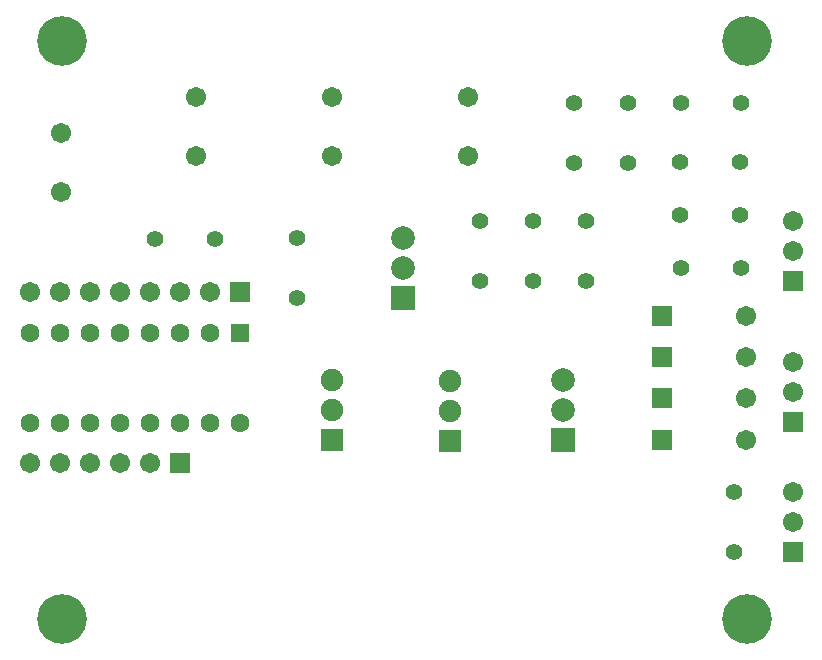
<source format=gts>
G04*
G04 #@! TF.GenerationSoftware,Altium Limited,Altium Designer,20.2.6 (244)*
G04*
G04 Layer_Color=8388736*
%FSLAX25Y25*%
%MOIN*%
G70*
G04*
G04 #@! TF.SameCoordinates,D736F6B9-9090-4B46-9E75-5C41576542F1*
G04*
G04*
G04 #@! TF.FilePolarity,Negative*
G04*
G01*
G75*
%ADD17R,0.07887X0.07887*%
%ADD18C,0.07887*%
%ADD19C,0.06706*%
%ADD20C,0.07493*%
%ADD21R,0.07493X0.07493*%
%ADD22C,0.05524*%
%ADD23R,0.06706X0.06706*%
%ADD24R,0.06706X0.06706*%
%ADD25R,0.06312X0.06312*%
%ADD26C,0.06312*%
%ADD27C,0.16548*%
D17*
X377953Y293307D02*
D03*
X431102Y245906D02*
D03*
D18*
X377953Y303307D02*
D03*
Y313307D02*
D03*
X431102Y255906D02*
D03*
Y265906D02*
D03*
D19*
X354331Y360236D02*
D03*
Y340551D02*
D03*
X492323Y273622D02*
D03*
Y246063D02*
D03*
Y259843D02*
D03*
Y287402D02*
D03*
X507874Y261811D02*
D03*
Y271811D02*
D03*
Y218504D02*
D03*
Y228504D02*
D03*
X293622Y238189D02*
D03*
X283622D02*
D03*
X273622D02*
D03*
X263622D02*
D03*
X253622D02*
D03*
X399606Y360236D02*
D03*
Y340551D02*
D03*
X309055Y360236D02*
D03*
Y340551D02*
D03*
X263780Y348425D02*
D03*
Y328740D02*
D03*
X507874Y309055D02*
D03*
Y319055D02*
D03*
X313465Y295276D02*
D03*
X303465D02*
D03*
X293465D02*
D03*
X283465D02*
D03*
X273465D02*
D03*
X263465D02*
D03*
X253465D02*
D03*
D20*
X354331Y265906D02*
D03*
Y255906D02*
D03*
X393701Y265748D02*
D03*
Y255748D02*
D03*
D21*
X354331Y245906D02*
D03*
X393701Y245748D02*
D03*
D22*
X438976Y319055D02*
D03*
Y299055D02*
D03*
X488189Y208504D02*
D03*
Y228504D02*
D03*
X421260Y318898D02*
D03*
Y298898D02*
D03*
X403543Y319055D02*
D03*
Y299055D02*
D03*
X470472Y303150D02*
D03*
X490472D02*
D03*
X470315Y320866D02*
D03*
X490315D02*
D03*
X435039Y358425D02*
D03*
Y338425D02*
D03*
X470315Y338583D02*
D03*
X490315D02*
D03*
X470472Y358268D02*
D03*
X490472D02*
D03*
X342520Y313150D02*
D03*
Y293150D02*
D03*
X315118Y312992D02*
D03*
X295118D02*
D03*
X452756Y358268D02*
D03*
Y338268D02*
D03*
D23*
X464370Y273622D02*
D03*
Y246063D02*
D03*
Y259843D02*
D03*
Y287402D02*
D03*
X303622Y238189D02*
D03*
X323465Y295276D02*
D03*
D24*
X507874Y251811D02*
D03*
Y208504D02*
D03*
Y299055D02*
D03*
D25*
X323465Y281496D02*
D03*
D26*
X313465D02*
D03*
X303465D02*
D03*
X293465D02*
D03*
X283465D02*
D03*
X273465D02*
D03*
X263465D02*
D03*
X253465D02*
D03*
X263465Y251496D02*
D03*
X273465D02*
D03*
X283465D02*
D03*
X293465D02*
D03*
X303465D02*
D03*
X313465D02*
D03*
X323465D02*
D03*
X253465D02*
D03*
D27*
X264327Y186122D02*
D03*
X492673D02*
D03*
Y379035D02*
D03*
X264327D02*
D03*
M02*

</source>
